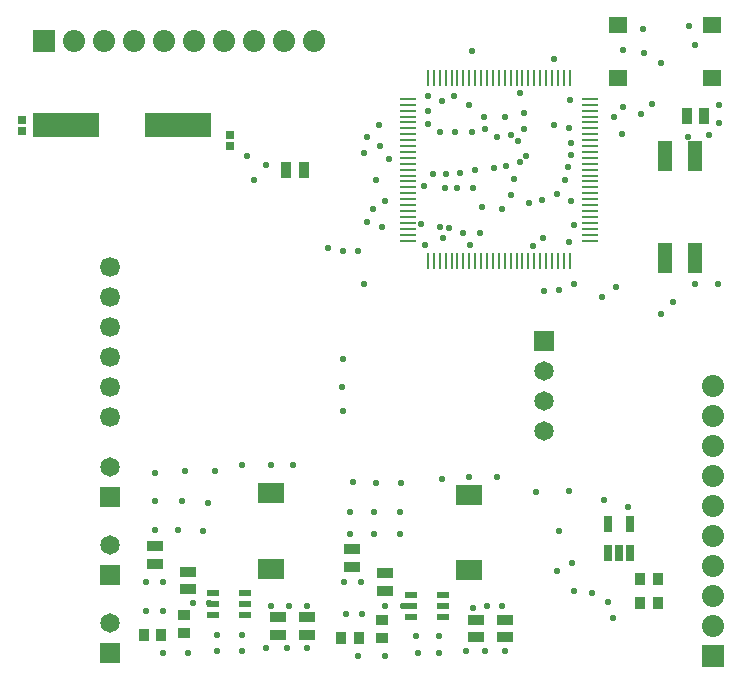
<source format=gbr>
%TF.GenerationSoftware,Altium Limited,Altium Designer,24.6.1 (21)*%
G04 Layer_Color=8388736*
%FSLAX45Y45*%
%MOMM*%
%TF.SameCoordinates,D96B88A3-C1BF-4694-92A9-412EC26ABF2C*%
%TF.FilePolarity,Negative*%
%TF.FileFunction,Soldermask,Top*%
%TF.Part,Single*%
G01*
G75*
%TA.AperFunction,SMDPad,CuDef*%
%ADD14R,1.47320X0.27940*%
%ADD15R,0.27940X1.47320*%
%ADD17R,0.97790X0.55880*%
%ADD22R,0.95000X1.35000*%
%ADD23R,1.35000X0.95000*%
%ADD42R,2.27600X1.67600*%
%ADD43R,0.87600X1.07600*%
%ADD44R,1.07600X0.87600*%
%ADD45R,0.77600X1.37600*%
%ADD46R,1.62600X1.37600*%
%ADD47R,5.57600X2.07600*%
%ADD48R,0.69600X0.67600*%
%ADD49R,1.20600X2.51600*%
%TA.AperFunction,ComponentPad*%
%ADD50C,1.68100*%
%ADD51R,1.65100X1.65100*%
%ADD52C,1.65100*%
%ADD53C,1.87600*%
%ADD54R,1.87600X1.87600*%
%ADD55R,1.87600X1.87600*%
%TA.AperFunction,ViaPad*%
%ADD56C,0.58400*%
D14*
X8143240Y8728000D02*
D03*
Y8678000D02*
D03*
Y8628000D02*
D03*
Y8578000D02*
D03*
Y8528000D02*
D03*
Y8478000D02*
D03*
Y8428000D02*
D03*
Y8378000D02*
D03*
Y8328000D02*
D03*
Y8278000D02*
D03*
Y8228000D02*
D03*
Y8178000D02*
D03*
Y8128000D02*
D03*
Y8078000D02*
D03*
Y8028000D02*
D03*
Y7978000D02*
D03*
Y7928000D02*
D03*
Y7878000D02*
D03*
Y7828000D02*
D03*
Y7778000D02*
D03*
Y7728000D02*
D03*
Y7678000D02*
D03*
Y7628000D02*
D03*
Y7578000D02*
D03*
Y7528000D02*
D03*
X9687560D02*
D03*
Y7578000D02*
D03*
Y7628000D02*
D03*
Y7678000D02*
D03*
Y7728000D02*
D03*
Y7778000D02*
D03*
Y7828000D02*
D03*
Y7878000D02*
D03*
Y7928000D02*
D03*
Y7978000D02*
D03*
Y8028000D02*
D03*
Y8078000D02*
D03*
Y8128000D02*
D03*
Y8178000D02*
D03*
Y8228000D02*
D03*
Y8278000D02*
D03*
Y8328000D02*
D03*
Y8378000D02*
D03*
Y8428000D02*
D03*
Y8478000D02*
D03*
Y8528000D02*
D03*
Y8578000D02*
D03*
Y8628000D02*
D03*
Y8678000D02*
D03*
Y8728000D02*
D03*
D15*
X8315400Y7355840D02*
D03*
X8365400D02*
D03*
X8415400D02*
D03*
X8465400D02*
D03*
X8515400D02*
D03*
X8565400D02*
D03*
X8615400D02*
D03*
X8665400D02*
D03*
X8715400D02*
D03*
X8765400D02*
D03*
X8815400D02*
D03*
X8865400D02*
D03*
X8915400D02*
D03*
X8965400D02*
D03*
X9015400D02*
D03*
X9065400D02*
D03*
X9115400D02*
D03*
X9165400D02*
D03*
X9215400D02*
D03*
X9265400D02*
D03*
X9315400D02*
D03*
X9365400D02*
D03*
X9415400D02*
D03*
X9465400D02*
D03*
X9515400D02*
D03*
Y8900160D02*
D03*
X9465400D02*
D03*
X9415400D02*
D03*
X9365400D02*
D03*
X9315400D02*
D03*
X9265400D02*
D03*
X9215400D02*
D03*
X9165400D02*
D03*
X9115400D02*
D03*
X9065400D02*
D03*
X9015400D02*
D03*
X8965400D02*
D03*
X8915400D02*
D03*
X8865400D02*
D03*
X8815400D02*
D03*
X8765400D02*
D03*
X8715400D02*
D03*
X8665400D02*
D03*
X8615400D02*
D03*
X8565400D02*
D03*
X8515400D02*
D03*
X8465400D02*
D03*
X8415400D02*
D03*
X8365400D02*
D03*
X8315400D02*
D03*
D17*
X6496050Y4546600D02*
D03*
Y4451600D02*
D03*
Y4356600D02*
D03*
X6769100D02*
D03*
Y4451600D02*
D03*
Y4546600D02*
D03*
X8168005Y4527300D02*
D03*
Y4432300D02*
D03*
Y4337300D02*
D03*
X8441055D02*
D03*
Y4432300D02*
D03*
Y4527300D02*
D03*
D22*
X7113200Y8128000D02*
D03*
X7263200D02*
D03*
X10505300Y8585200D02*
D03*
X10655300D02*
D03*
D23*
X6286500Y4574400D02*
D03*
Y4724400D02*
D03*
X7289800Y4341000D02*
D03*
Y4191000D02*
D03*
X7048500Y4342200D02*
D03*
Y4192200D02*
D03*
X6007100Y4939100D02*
D03*
Y4789100D02*
D03*
X7950200Y4559300D02*
D03*
Y4709300D02*
D03*
X8964930Y4318000D02*
D03*
Y4168000D02*
D03*
X8723630Y4318000D02*
D03*
Y4168000D02*
D03*
X7669530Y4912500D02*
D03*
Y4762500D02*
D03*
D42*
X8661400Y4734600D02*
D03*
Y5374600D02*
D03*
X6985000Y4747300D02*
D03*
Y5387300D02*
D03*
D43*
X10111600Y4457700D02*
D03*
X10261600D02*
D03*
X10111600Y4660900D02*
D03*
X10261600D02*
D03*
X5907900Y4191000D02*
D03*
X6057900D02*
D03*
X7583030Y4165600D02*
D03*
X7733030D02*
D03*
D44*
X6248400Y4203700D02*
D03*
Y4353700D02*
D03*
X7923530Y4165600D02*
D03*
Y4315600D02*
D03*
D45*
X9836400Y5123800D02*
D03*
X10026400D02*
D03*
Y4883800D02*
D03*
X9931400D02*
D03*
X9836400D02*
D03*
D46*
X9927600Y9356300D02*
D03*
X10722600D02*
D03*
X9927600Y8906300D02*
D03*
X10722600D02*
D03*
D47*
X5252700Y8509000D02*
D03*
X6202700D02*
D03*
D48*
X4876800Y8550200D02*
D03*
Y8458200D02*
D03*
X6640310Y8325357D02*
D03*
Y8417357D02*
D03*
D49*
X10325100Y7380500D02*
D03*
X10579100D02*
D03*
X10325100Y8240500D02*
D03*
X10579100D02*
D03*
D50*
X5626100Y6032500D02*
D03*
Y6286500D02*
D03*
Y6540500D02*
D03*
Y6794500D02*
D03*
Y7048500D02*
D03*
Y7302500D02*
D03*
D51*
Y4038600D02*
D03*
Y5359400D02*
D03*
Y4699000D02*
D03*
X9296400Y6680200D02*
D03*
D52*
X5626100Y4292600D02*
D03*
Y5613400D02*
D03*
Y4953000D02*
D03*
X9296400Y6426200D02*
D03*
Y6172200D02*
D03*
Y5918200D02*
D03*
D53*
X10731500Y6299200D02*
D03*
Y6045200D02*
D03*
Y5791200D02*
D03*
Y5537200D02*
D03*
Y5283200D02*
D03*
Y5029200D02*
D03*
Y4775200D02*
D03*
Y4521200D02*
D03*
Y4267200D02*
D03*
X7353300Y9220200D02*
D03*
X7099300D02*
D03*
X6845300D02*
D03*
X6591300D02*
D03*
X6337300D02*
D03*
X6083300D02*
D03*
X5829300D02*
D03*
X5575300D02*
D03*
X5321300D02*
D03*
D54*
X10731500Y4013200D02*
D03*
D55*
X5067300Y9220200D02*
D03*
D56*
X8801100Y4051300D02*
D03*
X7289800Y4432300D02*
D03*
X7293596Y4076545D02*
D03*
X6324600Y4457700D02*
D03*
X6781800Y8242300D02*
D03*
X7772400Y8267700D02*
D03*
X10007600Y5270500D02*
D03*
X9842500Y4470400D02*
D03*
X9411675Y4726035D02*
D03*
X9550400Y4559300D02*
D03*
X9702800Y4546600D02*
D03*
X7925680Y7641500D02*
D03*
X9537700Y4800600D02*
D03*
X8439967Y7547140D02*
D03*
X8420100Y8445500D02*
D03*
X8313100Y8513308D02*
D03*
X8902700Y8407400D02*
D03*
X8686800Y8445500D02*
D03*
X8877300Y8140700D02*
D03*
X8973815Y8157459D02*
D03*
X9017000Y8420100D02*
D03*
X9080500Y8369300D02*
D03*
X8458200Y7975600D02*
D03*
X8534400Y8750300D02*
D03*
X8663570Y8678313D02*
D03*
X7912100Y8331200D02*
D03*
X7797800Y7683500D02*
D03*
X7848600Y7797800D02*
D03*
X7950200Y7861300D02*
D03*
X6946900Y8166100D02*
D03*
X6845300Y8039100D02*
D03*
X9169400Y7848600D02*
D03*
X9093200Y8775700D02*
D03*
X9893300Y8572500D02*
D03*
X9969500Y8661400D02*
D03*
X9423400Y7112000D02*
D03*
X10782300Y8674100D02*
D03*
Y8521700D02*
D03*
X10134600Y9321800D02*
D03*
X9969500Y9144000D02*
D03*
X10579100Y9182100D02*
D03*
X10528300Y9347200D02*
D03*
X9550400Y7162800D02*
D03*
X10769600D02*
D03*
X10579100D02*
D03*
X10388600Y7010400D02*
D03*
X10284912Y6907748D02*
D03*
X8102600Y4432300D02*
D03*
X7950200D02*
D03*
X7759700Y4368800D02*
D03*
X7620000D02*
D03*
X7747000Y4635500D02*
D03*
X7607300D02*
D03*
X6070600D02*
D03*
X5930900D02*
D03*
Y4394200D02*
D03*
X6070600D02*
D03*
X6464300Y4457700D02*
D03*
X6070600Y4038600D02*
D03*
X6286500D02*
D03*
X6527800Y4051300D02*
D03*
Y4191000D02*
D03*
X6743700D02*
D03*
Y4051300D02*
D03*
X6946900Y4076700D02*
D03*
X7124700D02*
D03*
X8216900Y4178300D02*
D03*
X8407400D02*
D03*
X8966200Y4051300D02*
D03*
X8636000D02*
D03*
X8407400Y4038600D02*
D03*
X8229600D02*
D03*
X7950200Y4013200D02*
D03*
X7721600D02*
D03*
X8280400Y7988300D02*
D03*
X8559800Y7975600D02*
D03*
X8699500D02*
D03*
X9014853Y7914247D02*
D03*
X8788400Y8572500D02*
D03*
X8547100Y8445500D02*
D03*
X9131300Y8610600D02*
D03*
X9144000Y8242300D02*
D03*
X9131300Y8470900D02*
D03*
X9041200Y8051800D02*
D03*
X9092000Y8191500D02*
D03*
X9283700Y7874000D02*
D03*
X9410700Y7924800D02*
D03*
X9525895Y7861494D02*
D03*
X8293100Y7493000D02*
D03*
X7467600Y7467600D02*
D03*
X6985000Y4432300D02*
D03*
X8077200Y5232400D02*
D03*
X7861300D02*
D03*
X7658100D02*
D03*
X8077200Y5041900D02*
D03*
X7861300D02*
D03*
X7658100D02*
D03*
X8089900Y5473700D02*
D03*
X7874000D02*
D03*
X7683500Y5486400D02*
D03*
X8902700Y5524500D02*
D03*
X8661400D02*
D03*
X8432800Y5511800D02*
D03*
X9423400Y5067300D02*
D03*
X7175500Y5626100D02*
D03*
X6985000D02*
D03*
X6743700D02*
D03*
X6197600Y5080000D02*
D03*
X6451600Y5308600D02*
D03*
X6235700Y5321300D02*
D03*
X6007100D02*
D03*
X6413500Y5067300D02*
D03*
X8674100Y7493000D02*
D03*
X8420100Y7646246D02*
D03*
X7988300Y8216900D02*
D03*
X8470900Y8089900D02*
D03*
X8357051Y8089449D02*
D03*
X8801100Y8470900D02*
D03*
X8966200Y8572500D02*
D03*
X8432800Y8712200D02*
D03*
X9512300Y7518400D02*
D03*
X9550400Y7658100D02*
D03*
X9499600Y8153400D02*
D03*
X9525000Y8255000D02*
D03*
X8313100Y8623300D02*
D03*
X9519654Y8717546D02*
D03*
X8494801Y7631720D02*
D03*
X7594600Y6083300D02*
D03*
X7721600Y7442200D02*
D03*
X7594600D02*
D03*
X7874000Y8039100D02*
D03*
X8686800Y9131300D02*
D03*
X7589161Y6284990D02*
D03*
X7594600Y6527800D02*
D03*
X9956800Y8432800D02*
D03*
X7772400Y7162800D02*
D03*
X9385300Y9067800D02*
D03*
X7905197Y8503203D02*
D03*
X10515600Y8407400D02*
D03*
X10121900Y8597900D02*
D03*
X10147300Y9118600D02*
D03*
X10287000Y9029700D02*
D03*
X10210800Y8686800D02*
D03*
X10693400Y8420100D02*
D03*
X9906000Y7137400D02*
D03*
X9804400Y5334000D02*
D03*
X9791700Y7048500D02*
D03*
X9296400Y7099300D02*
D03*
X9880600Y4330700D02*
D03*
X9232900Y5397500D02*
D03*
X9512300Y5410200D02*
D03*
X8712200Y8128000D02*
D03*
X8585200Y8102600D02*
D03*
X8775700Y7810500D02*
D03*
X8940800Y7797800D02*
D03*
X7797800Y8407400D02*
D03*
X8318500Y8750300D02*
D03*
X8813800Y4432300D02*
D03*
X8699500Y4419600D02*
D03*
X8940800Y4432300D02*
D03*
X9385300Y8509000D02*
D03*
X9525000Y8356600D02*
D03*
X9512300Y8483600D02*
D03*
X9473000Y8039100D02*
D03*
X9290874Y7547314D02*
D03*
X9207500Y7480300D02*
D03*
X8260440Y7665359D02*
D03*
X8610600Y7593400D02*
D03*
X8760504Y7591921D02*
D03*
X7137400Y4432300D02*
D03*
X6007100Y5080000D02*
D03*
Y5562600D02*
D03*
X6515100Y5575300D02*
D03*
X6261100D02*
D03*
%TF.MD5,99d6394abfaa389a005a34c388ba2af3*%
M02*

</source>
